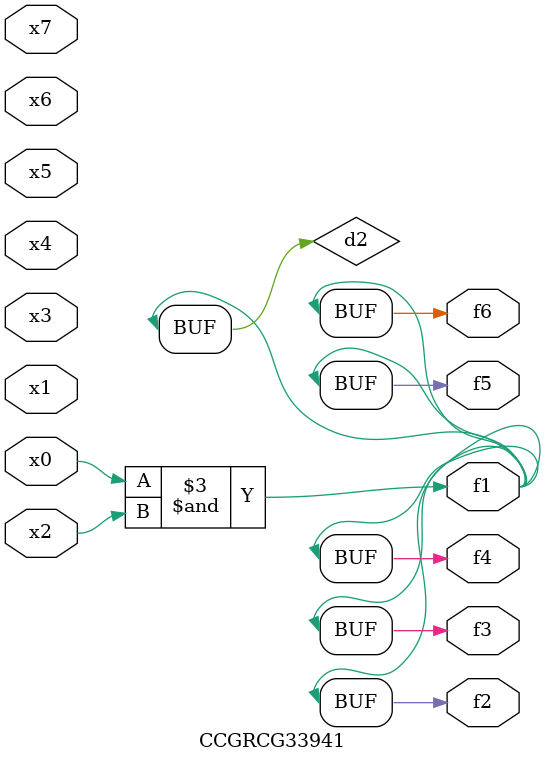
<source format=v>
module CCGRCG33941(
	input x0, x1, x2, x3, x4, x5, x6, x7,
	output f1, f2, f3, f4, f5, f6
);

	wire d1, d2;

	nor (d1, x3, x6);
	and (d2, x0, x2);
	assign f1 = d2;
	assign f2 = d2;
	assign f3 = d2;
	assign f4 = d2;
	assign f5 = d2;
	assign f6 = d2;
endmodule

</source>
